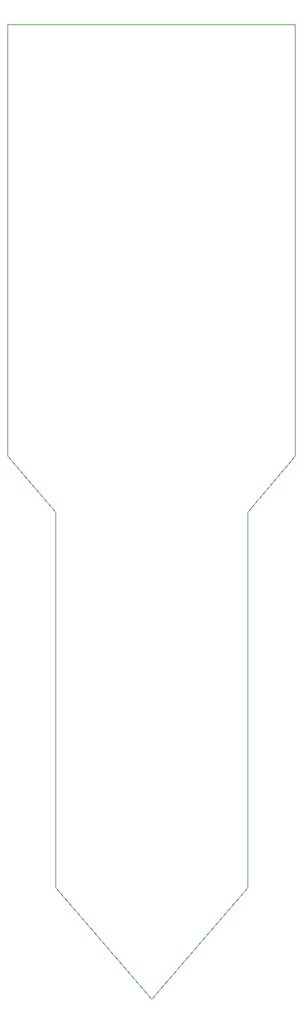
<source format=gbr>
G04 #@! TF.GenerationSoftware,KiCad,Pcbnew,7.0.8*
G04 #@! TF.CreationDate,2024-01-24T14:29:51-05:00*
G04 #@! TF.ProjectId,ESP32 Soil Moisture Sensor,45535033-3220-4536-9f69-6c204d6f6973,rev?*
G04 #@! TF.SameCoordinates,Original*
G04 #@! TF.FileFunction,Profile,NP*
%FSLAX46Y46*%
G04 Gerber Fmt 4.6, Leading zero omitted, Abs format (unit mm)*
G04 Created by KiCad (PCBNEW 7.0.8) date 2024-01-24 14:29:51*
%MOMM*%
%LPD*%
G01*
G04 APERTURE LIST*
G04 #@! TA.AperFunction,Profile*
%ADD10C,0.100000*%
G04 #@! TD*
G04 APERTURE END LIST*
D10*
X137000000Y-167000000D02*
X149000000Y-181000000D01*
X137000000Y-120000000D02*
X137000000Y-167000000D01*
X131000000Y-113000000D02*
X137000000Y-120000000D01*
X131000000Y-59000000D02*
X131000000Y-113000000D01*
X167000000Y-59000000D02*
X131000000Y-59000000D01*
X167000000Y-113000000D02*
X167000000Y-59000000D01*
X161000000Y-120000000D02*
X167000000Y-113000000D01*
X161000000Y-167000000D02*
X161000000Y-120000000D01*
X149000000Y-181000000D02*
X161000000Y-167000000D01*
M02*

</source>
